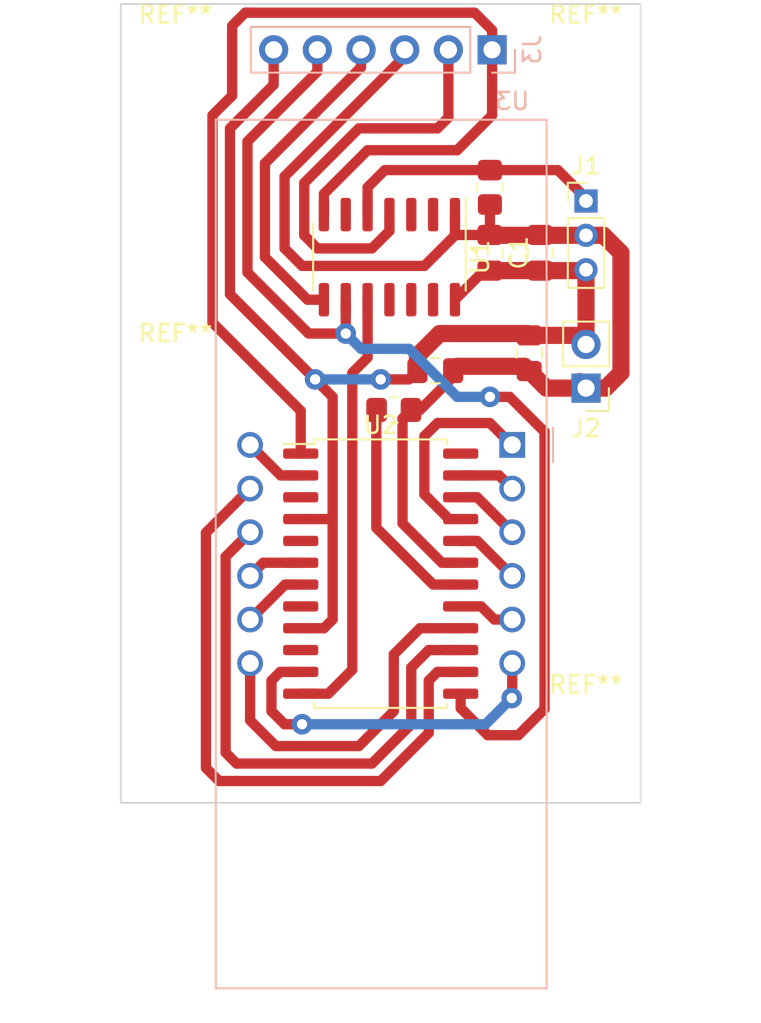
<source format=kicad_pcb>
(kicad_pcb (version 20221018) (generator pcbnew)
  (layers (0 "F.Cu" signal) (31 "B.Cu" signal) (34 "B.Paste" user) (35 "F.Paste" user) (36 "B.SilkS" user "B.Silkscreen") (37 "F.SilkS" user "F.Silkscreen") (38 "B.Mask" user) (39 "F.Mask" user) (44 "Edge.Cuts" user))
  (net 0 "")
  (net 1 "+BATT")
  (net 2 "GND")
  (net 3 "1W")
  (net 4 "MOSI")
  (net 5 "RST")
  (net 6 "MISO")
  (net 7 "SCK")
  (net 8 "Net-(U2-ISET)")
  (net 15 "DIGIT0")
  (net 18 "DIGIT2")
  (net 19 "DIGIT3")
  (net 22 "DIGIT1")
  (net 23 "CS")
  (net 24 "Net-(U2-SEG_A)")
  (net 25 "Net-(U2-SEG_F)")
  (net 26 "Net-(U2-SEG_B)")
  (net 27 "Net-(U2-SEG_G)")
  (net 28 "Net-(U2-SEG_C)")
  (net 29 "Net-(U2-SEG_E)")
  (net 30 "Net-(U2-SEG_DP)")
  (net 31 "Net-(U2-SEG_D)")
  (footprint "Capacitor_SMD:C_0805_2012Metric_Pad1.18x1.45mm_HandSolder" (layer "F.Cu") (at 86.868 56.388 90)
    (fp_text reference "C4" hide)
    (fp_text value "1uF" hide)
    (fp_line (start -0.261252 -0.735) (end 0.261252 -0.735) (stroke (width 0.12)) (layer "F.SilkS"))
    (fp_line (start -0.261252 0.735) (end 0.261252 0.735) (stroke (width 0.12)) (layer "F.SilkS"))
    (pad "1" smd roundrect (at -1.0375 0 90) (size 1.175 1.45) (layers "F.Cu" "F.Paste" "F.Mask") (roundrect_rratio 0.2127659574) (net 1 "+BATT"))
    (pad "2" smd roundrect (at 1.0375 0 90) (size 1.175 1.45) (layers "F.Cu" "F.Paste" "F.Mask") (roundrect_rratio 0.2127659574) (net 2 "GND"))
  )
  (footprint "Capacitor_SMD:C_0805_2012Metric_Pad1.18x1.45mm_HandSolder" (layer "F.Cu") (at 81.407 57.404 180)
    (fp_text reference "C2" hide)
    (fp_text value "1uF" hide)
    (fp_line (start -0.261252 -0.735) (end 0.261252 -0.735) (stroke (width 0.12)) (layer "F.SilkS"))
    (fp_line (start -0.261252 0.735) (end 0.261252 0.735) (stroke (width 0.12)) (layer "F.SilkS"))
    (pad "1" smd roundrect (at -1.0375 0 180) (size 1.175 1.45) (layers "F.Cu" "F.Paste" "F.Mask") (roundrect_rratio 0.2127659574) (net 1 "+BATT"))
    (pad "2" smd roundrect (at 1.0375 0 180) (size 1.175 1.45) (layers "F.Cu" "F.Paste" "F.Mask") (roundrect_rratio 0.2127659574) (net 2 "GND"))
  )
  (footprint "Package_SO:SOIC-14_3.9x8.7mm_P1.27mm" (layer "F.Cu") (at 78.74 50.8 -90)
    (fp_text reference "U1" (at 0 -5.28 90) (layer "F.SilkS"))
    (fp_text value "ATtiny24A-SS")
    (fp_line (start 0 -4.435) (end -3.45 -4.435) (stroke (width 0.12)) (layer "F.SilkS"))
    (fp_line (start 0 -4.435) (end 1.95 -4.435) (stroke (width 0.12)) (layer "F.SilkS"))
    (fp_line (start 0 4.435) (end -1.95 4.435) (stroke (width 0.12)) (layer "F.SilkS"))
    (fp_line (start 0 4.435) (end 1.95 4.435) (stroke (width 0.12)) (layer "F.SilkS"))
    (pad "1" smd roundrect (at -2.475 -3.81 270) (size 1.95 0.6) (layers "F.Cu" "F.Paste" "F.Mask") (net 1 "+BATT"))
    (pad "2" smd roundrect (at -2.475 -2.54 270) (size 1.95 0.6) (layers "F.Cu" "F.Paste" "F.Mask"))
    (pad "3" smd roundrect (at -2.475 -1.27 270) (size 1.95 0.6) (layers "F.Cu" "F.Paste" "F.Mask"))
    (pad "4" smd roundrect (at -2.475 0 270) (size 1.95 0.6) (layers "F.Cu" "F.Paste" "F.Mask") (net 5 "RST"))
    (pad "5" smd roundrect (at -2.475 1.27 270) (size 1.95 0.6) (layers "F.Cu" "F.Paste" "F.Mask") (net 3 "1W"))
    (pad "6" smd roundrect (at -2.475 2.54 270) (size 1.95 0.6) (layers "F.Cu" "F.Paste" "F.Mask"))
    (pad "7" smd roundrect (at -2.475 3.81 270) (size 1.95 0.6) (layers "F.Cu" "F.Paste" "F.Mask") (net 4 "MOSI"))
    (pad "8" smd roundrect (at 2.475 3.81 270) (size 1.95 0.6) (layers "F.Cu" "F.Paste" "F.Mask") (net 6 "MISO"))
    (pad "9" smd roundrect (at 2.475 2.54 270) (size 1.95 0.6) (layers "F.Cu" "F.Paste" "F.Mask") (net 7 "SCK"))
    (pad "10" smd roundrect (at 2.475 1.27 270) (size 1.95 0.6) (layers "F.Cu" "F.Paste" "F.Mask") (net 23 "CS"))
    (pad "11" smd roundrect (at 2.475 0 270) (size 1.95 0.6) (layers "F.Cu" "F.Paste" "F.Mask"))
    (pad "12" smd roundrect (at 2.475 -1.27 270) (size 1.95 0.6) (layers "F.Cu" "F.Paste" "F.Mask"))
    (pad "13" smd roundrect (at 2.475 -2.54 270) (size 1.95 0.6) (layers "F.Cu" "F.Paste" "F.Mask"))
    (pad "14" smd roundrect (at 2.475 -3.81 270) (size 1.95 0.6) (layers "F.Cu" "F.Paste" "F.Mask") (net 2 "GND"))
  )
  (footprint "MountingHole:MountingHole_2.7mm_M2.5" (layer "F.Cu") (at 90.17 79.375)
    (fp_text reference "REF**" (at 0 -3.7) (layer "F.SilkS"))
    (fp_text value "MountingHole_2.7mm_M2.5")
    (pad "" np_thru_hole circle (at 0 0) (size 2.7 2.7) (drill 2.7) (layers "F&B.Cu" "*.Mask"))
  )
  (footprint "MountingHole:MountingHole_2.7mm_M2.5" (layer "F.Cu") (at 66.294 58.928)
    (fp_text reference "REF**" (at 0 -3.7) (layer "F.SilkS"))
    (fp_text value "MountingHole_2.7mm_M2.5")
    (pad "" np_thru_hole circle (at 0 0) (size 2.7 2.7) (drill 2.7) (layers "F&B.Cu" "*.Mask"))
  )
  (footprint "Capacitor_SMD:C_0805_2012Metric_Pad1.18x1.45mm_HandSolder" (layer "F.Cu") (at 87.503 50.546 -90)
    (fp_text reference "C3" hide)
    (fp_text value "1uF" hide)
    (fp_line (start -0.261252 -0.735) (end 0.261252 -0.735) (stroke (width 0.12)) (layer "F.SilkS"))
    (fp_line (start -0.261252 0.735) (end 0.261252 0.735) (stroke (width 0.12)) (layer "F.SilkS"))
    (pad "1" smd roundrect (at -1.0375 0 270) (size 1.175 1.45) (layers "F.Cu" "F.Paste" "F.Mask") (roundrect_rratio 0.2127659574) (net 1 "+BATT"))
    (pad "2" smd roundrect (at 1.0375 0 270) (size 1.175 1.45) (layers "F.Cu" "F.Paste" "F.Mask") (roundrect_rratio 0.2127659574) (net 2 "GND"))
  )
  (footprint "Capacitor_SMD:C_0805_2012Metric_Pad1.18x1.45mm_HandSolder" (layer "F.Cu") (at 84.582 50.546 -90)
    (fp_text reference "C1" (at 0 -1.68 90) (layer "F.SilkS"))
    (fp_text value "1uF")
    (fp_line (start -0.261252 -0.735) (end 0.261252 -0.735) (stroke (width 0.12)) (layer "F.SilkS"))
    (fp_line (start -0.261252 0.735) (end 0.261252 0.735) (stroke (width 0.12)) (layer "F.SilkS"))
    (pad "1" smd roundrect (at -1.0375 0 270) (size 1.175 1.45) (layers "F.Cu" "F.Paste" "F.Mask") (roundrect_rratio 0.2127659574) (net 1 "+BATT"))
    (pad "2" smd roundrect (at 1.0375 0 270) (size 1.175 1.45) (layers "F.Cu" "F.Paste" "F.Mask") (roundrect_rratio 0.2127659574) (net 2 "GND"))
  )
  (footprint "Connector_PinHeader_2.00mm:PinHeader_1x03_P2.00mm_Vertical" (layer "F.Cu") (at 90.17 47.53)
    (fp_text reference "J1" (at 0 -2.06) (layer "F.SilkS"))
    (fp_text value "Conn_01x03_Pin" hide)
    (fp_line (start -1.06 -1.06) (end 0 -1.06) (stroke (width 0.12)) (layer "F.SilkS"))
    (fp_line (start -1.06 0) (end -1.06 -1.06) (stroke (width 0.12)) (layer "F.SilkS"))
    (fp_line (start -1.06 1) (end -1.06 5.06) (stroke (width 0.12)) (layer "F.SilkS"))
    (fp_line (start -1.06 1) (end 1.06 1) (stroke (width 0.12)) (layer "F.SilkS"))
    (fp_line (start -1.06 5.06) (end 1.06 5.06) (stroke (width 0.12)) (layer "F.SilkS"))
    (fp_line (start 1.06 1) (end 1.06 5.06) (stroke (width 0.12)) (layer "F.SilkS"))
    (pad "1" thru_hole rect (at 0 0) (size 1.35 1.35) (drill 0.8) (layers "*.Cu" "*.Mask") (net 3 "1W"))
    (pad "2" thru_hole oval (at 0 2) (size 1.35 1.35) (drill 0.8) (layers "*.Cu" "*.Mask") (net 1 "+BATT"))
    (pad "3" thru_hole oval (at 0 4) (size 1.35 1.35) (drill 0.8) (layers "*.Cu" "*.Mask") (net 2 "GND"))
  )
  (footprint "MountingHole:MountingHole_2.7mm_M2.5" (layer "F.Cu") (at 66.294 40.386)
    (fp_text reference "REF**" (at 0 -3.7) (layer "F.SilkS"))
    (fp_text value "MountingHole_2.7mm_M2.5")
    (pad "" np_thru_hole circle (at 0 0) (size 2.7 2.7) (drill 2.7) (layers "*.Cu" "*.Mask"))
  )
  (footprint "Package_SO:SOIC-24W_7.5x15.4mm_P1.27mm" (layer "F.Cu") (at 78.232 69.215)
    (fp_text reference "U2" (at 0 -8.65) (layer "F.SilkS"))
    (fp_text value "MAX7221xWG")
    (fp_line (start -3.86 -7.81) (end -3.86 -7.545) (stroke (width 0.12)) (layer "F.SilkS"))
    (fp_line (start -3.86 -7.545) (end -5.675 -7.545) (stroke (width 0.12)) (layer "F.SilkS"))
    (fp_line (start -3.86 7.81) (end -3.86 7.545) (stroke (width 0.12)) (layer "F.SilkS"))
    (fp_line (start 0 -7.81) (end -3.86 -7.81) (stroke (width 0.12)) (layer "F.SilkS"))
    (fp_line (start 0 -7.81) (end 3.86 -7.81) (stroke (width 0.12)) (layer "F.SilkS"))
    (fp_line (start 0 7.81) (end -3.86 7.81) (stroke (width 0.12)) (layer "F.SilkS"))
    (fp_line (start 0 7.81) (end 3.86 7.81) (stroke (width 0.12)) (layer "F.SilkS"))
    (fp_line (start 3.86 -7.81) (end 3.86 -7.545) (stroke (width 0.12)) (layer "F.SilkS"))
    (fp_line (start 3.86 7.81) (end 3.86 7.545) (stroke (width 0.12)) (layer "F.SilkS"))
    (pad "1" smd roundrect (at -4.65 -6.985) (size 2.05 0.6) (layers "F.Cu" "F.Paste" "F.Mask") (net 4 "MOSI"))
    (pad "2" smd roundrect (at -4.65 -5.715) (size 2.05 0.6) (layers "F.Cu" "F.Paste" "F.Mask") (net 15 "DIGIT0"))
    (pad "3" smd roundrect (at -4.65 -4.445) (size 2.05 0.6) (layers "F.Cu" "F.Paste" "F.Mask"))
    (pad "4" smd roundrect (at -4.65 -3.175) (size 2.05 0.6) (layers "F.Cu" "F.Paste" "F.Mask") (net 2 "GND"))
    (pad "5" smd roundrect (at -4.65 -1.905) (size 2.05 0.6) (layers "F.Cu" "F.Paste" "F.Mask"))
    (pad "6" smd roundrect (at -4.65 -0.635) (size 2.05 0.6) (layers "F.Cu" "F.Paste" "F.Mask") (net 22 "DIGIT1"))
    (pad "7" smd roundrect (at -4.65 0.635) (size 2.05 0.6) (layers "F.Cu" "F.Paste" "F.Mask") (net 18 "DIGIT2"))
    (pad "8" smd roundrect (at -4.65 1.905) (size 2.05 0.6) (layers "F.Cu" "F.Paste" "F.Mask"))
    (pad "9" smd roundrect (at -4.65 3.175) (size 2.05 0.6) (layers "F.Cu" "F.Paste" "F.Mask") (net 2 "GND"))
    (pad "10" smd roundrect (at -4.65 4.445) (size 2.05 0.6) (layers "F.Cu" "F.Paste" "F.Mask"))
    (pad "11" smd roundrect (at -4.65 5.715) (size 2.05 0.6) (layers "F.Cu" "F.Paste" "F.Mask") (net 19 "DIGIT3"))
    (pad "12" smd roundrect (at -4.65 6.985) (size 2.05 0.6) (layers "F.Cu" "F.Paste" "F.Mask") (net 23 "CS"))
    (pad "13" smd roundrect (at 4.65 6.985) (size 2.05 0.6) (layers "F.Cu" "F.Paste" "F.Mask") (net 7 "SCK"))
    (pad "14" smd roundrect (at 4.65 5.715) (size 2.05 0.6) (layers "F.Cu" "F.Paste" "F.Mask") (net 24 "Net-(U2-SEG_A)"))
    (pad "15" smd roundrect (at 4.65 4.445) (size 2.05 0.6) (layers "F.Cu" "F.Paste" "F.Mask") (net 25 "Net-(U2-SEG_F)"))
    (pad "16" smd roundrect (at 4.65 3.175) (size 2.05 0.6) (layers "F.Cu" "F.Paste" "F.Mask") (net 26 "Net-(U2-SEG_B)"))
    (pad "17" smd roundrect (at 4.65 1.905) (size 2.05 0.6) (layers "F.Cu" "F.Paste" "F.Mask") (net 27 "Net-(U2-SEG_G)"))
    (pad "18" smd roundrect (at 4.65 0.635) (size 2.05 0.6) (layers "F.Cu" "F.Paste" "F.Mask") (net 8 "Net-(U2-ISET)"))
    (pad "19" smd roundrect (at 4.65 -0.635) (size 2.05 0.6) (layers "F.Cu" "F.Paste" "F.Mask") (net 1 "+BATT"))
    (pad "20" smd roundrect (at 4.65 -1.905) (size 2.05 0.6) (layers "F.Cu" "F.Paste" "F.Mask") (net 28 "Net-(U2-SEG_C)"))
    (pad "21" smd roundrect (at 4.65 -3.175) (size 2.05 0.6) (layers "F.Cu" "F.Paste" "F.Mask") (net 29 "Net-(U2-SEG_E)"))
    (pad "22" smd roundrect (at 4.65 -4.445) (size 2.05 0.6) (layers "F.Cu" "F.Paste" "F.Mask") (net 30 "Net-(U2-SEG_DP)"))
    (pad "23" smd roundrect (at 4.65 -5.715) (size 2.05 0.6) (layers "F.Cu" "F.Paste" "F.Mask") (net 31 "Net-(U2-SEG_D)"))
    (pad "24" smd roundrect (at 4.65 -6.985) (size 2.05 0.6) (layers "F.Cu" "F.Paste" "F.Mask"))
  )
  (footprint "Resistor_SMD:R_0805_2012Metric_Pad1.20x1.40mm_HandSolder" (layer "F.Cu") (at 84.582 46.736 90)
    (fp_text reference "R2" hide)
    (fp_text value "4.7k" hide)
    (fp_line (start -0.227064 -0.735) (end 0.227064 -0.735) (stroke (width 0.12)) (layer "F.SilkS"))
    (fp_line (start -0.227064 0.735) (end 0.227064 0.735) (stroke (width 0.12)) (layer "F.SilkS"))
    (pad "1" smd roundrect (at -1 0 90) (size 1.2 1.4) (layers "F.Cu" "F.Paste" "F.Mask") (roundrect_rratio 0.2083333333) (net 1 "+BATT"))
    (pad "2" smd roundrect (at 1 0 90) (size 1.2 1.4) (layers "F.Cu" "F.Paste" "F.Mask") (roundrect_rratio 0.2083333333) (net 3 "1W"))
  )
  (footprint "Resistor_SMD:R_0805_2012Metric_Pad1.20x1.40mm_HandSolder" (layer "F.Cu") (at 78.994 59.69 180)
    (fp_text reference "R1" hide)
    (fp_text value "10k" hide)
    (fp_line (start -0.227064 -0.735) (end 0.227064 -0.735) (stroke (width 0.12)) (layer "F.SilkS"))
    (fp_line (start -0.227064 0.735) (end 0.227064 0.735) (stroke (width 0.12)) (layer "F.SilkS"))
    (pad "1" smd roundrect (at -1 0 180) (size 1.2 1.4) (layers "F.Cu" "F.Paste" "F.Mask") (roundrect_rratio 0.2083333333) (net 1 "+BATT"))
    (pad "2" smd roundrect (at 1 0 180) (size 1.2 1.4) (layers "F.Cu" "F.Paste" "F.Mask") (roundrect_rratio 0.2083333333) (net 8 "Net-(U2-ISET)"))
  )
  (footprint "MountingHole:MountingHole_2.7mm_M2.5" (layer "F.Cu") (at 90.17 40.386)
    (fp_text reference "REF**" (at 0 -3.7) (layer "F.SilkS"))
    (fp_text value "MountingHole_2.7mm_M2.5")
    (pad "" np_thru_hole circle (at 0 0) (size 2.7 2.7) (drill 2.7) (layers "*.Cu" "*.Mask"))
  )
  (footprint "Connector_PinHeader_2.54mm:PinHeader_1x02_P2.54mm_Vertical" (layer "F.Cu") (at 90.17 58.42 180)
    (fp_text reference "J2" (at 0 -2.33) (layer "F.SilkS"))
    (fp_text value "PWR")
    (fp_line (start -1.33 -1.33) (end 0 -1.33) (stroke (width 0.12)) (layer "F.SilkS"))
    (fp_line (start -1.33 0) (end -1.33 -1.33) (stroke (width 0.12)) (layer "F.SilkS"))
    (fp_line (start -1.33 1.27) (end -1.33 3.87) (stroke (width 0.12)) (layer "F.SilkS"))
    (fp_line (start -1.33 1.27) (end 1.33 1.27) (stroke (width 0.12)) (layer "F.SilkS"))
    (fp_line (start -1.33 3.87) (end 1.33 3.87) (stroke (width 0.12)) (layer "F.SilkS"))
    (fp_line (start 1.33 1.27) (end 1.33 3.87) (stroke (width 0.12)) (layer "F.SilkS"))
    (pad "1" thru_hole rect (at 0 0 180) (size 1.7 1.7) (drill 1) (layers "*.Cu" "*.Mask") (net 1 "+BATT"))
    (pad "2" thru_hole oval (at 0 2.54 180) (size 1.7 1.7) (drill 1) (layers "*.Cu" "*.Mask") (net 2 "GND"))
  )
  (footprint "Display_7Segment:CC56-12GWA" (layer "B.Cu") (at 85.879 61.725 180)
    (fp_text reference "U3" (at 0 20) (layer "B.SilkS") (effects (justify mirror)))
    (fp_text value "CC56-12SRWA")
    (fp_line (start -2.38 1) (end -2.38 -1) (stroke (width 0.12)) (layer "B.SilkS"))
    (fp_line (start -2 -31.62) (end 17.24 -31.62) (stroke (width 0.12)) (layer "B.SilkS"))
    (fp_line (start -2 18.92) (end -2 -31.62) (stroke (width 0.12)) (layer "B.SilkS"))
    (fp_line (start -2 18.92) (end 17.24 18.92) (stroke (width 0.12)) (layer "B.SilkS"))
    (fp_line (start 17.24 -31.62) (end 17.24 18.92) (stroke (width 0.12)) (layer "B.SilkS"))
    (pad "1" thru_hole rect (at 0 0 180) (size 1.5 1.5) (drill 1) (layers "*.Cu" "*.Mask") (net 29 "Net-(U2-SEG_E)"))
    (pad "2" thru_hole circle (at 0 -2.54 180) (size 1.5 1.5) (drill 1) (layers "*.Cu" "*.Mask") (net 31 "Net-(U2-SEG_D)"))
    (pad "3" thru_hole circle (at 0 -5.08 180) (size 1.5 1.5) (drill 1) (layers "*.Cu" "*.Mask") (net 30 "Net-(U2-SEG_DP)"))
    (pad "4" thru_hole circle (at 0 -7.62 180) (size 1.5 1.5) (drill 1) (layers "*.Cu" "*.Mask") (net 28 "Net-(U2-SEG_C)"))
    (pad "5" thru_hole circle (at 0 -10.16 180) (size 1.5 1.5) (drill 1) (layers "*.Cu" "*.Mask") (net 27 "Net-(U2-SEG_G)"))
    (pad "6" thru_hole circle (at 0 -12.7 180) (size 1.5 1.5) (drill 1) (layers "*.Cu" "*.Mask") (net 19 "DIGIT3"))
    (pad "7" thru_hole circle (at 15.24 -12.7 180) (size 1.5 1.5) (drill 1) (layers "*.Cu" "*.Mask") (net 26 "Net-(U2-SEG_B)"))
    (pad "8" thru_hole circle (at 15.24 -10.16 180) (size 1.5 1.5) (drill 1) (layers "*.Cu" "*.Mask") (net 18 "DIGIT2"))
    (pad "9" thru_hole circle (at 15.24 -7.62 180) (size 1.5 1.5) (drill 1) (layers "*.Cu" "*.Mask") (net 22 "DIGIT1"))
    (pad "10" thru_hole circle (at 15.24 -5.08 180) (size 1.5 1.5) (drill 1) (layers "*.Cu" "*.Mask") (net 25 "Net-(U2-SEG_F)"))
    (pad "11" thru_hole circle (at 15.24 -2.54 180) (size 1.5 1.5) (drill 1) (layers "*.Cu" "*.Mask") (net 24 "Net-(U2-SEG_A)"))
    (pad "12" thru_hole circle (at 15.24 0 180) (size 1.5 1.5) (drill 1) (layers "*.Cu" "*.Mask") (net 15 "DIGIT0"))
  )
  (footprint "Connector_PinHeader_2.54mm:PinHeader_1x06_P2.54mm_Vertical" (layer "B.Cu") (at 84.709 38.735 90)
    (fp_text reference "J3" (at 0 2.33 90) (layer "B.SilkS") (effects (justify mirror)))
    (fp_text value "ICSP")
    (fp_line (start -1.33 -14.03) (end 1.33 -14.03) (stroke (width 0.12)) (layer "B.SilkS"))
    (fp_line (start -1.33 -1.27) (end -1.33 -14.03) (stroke (width 0.12)) (layer "B.SilkS"))
    (fp_line (start -1.33 -1.27) (end 1.33 -1.27) (stroke (width 0.12)) (layer "B.SilkS"))
    (fp_line (start -1.33 0) (end -1.33 1.33) (stroke (width 0.12)) (layer "B.SilkS"))
    (fp_line (start -1.33 1.33) (end 0 1.33) (stroke (width 0.12)) (layer "B.SilkS"))
    (fp_line (start 1.33 -1.27) (end 1.33 -14.03) (stroke (width 0.12)) (layer "B.SilkS"))
    (pad "1" thru_hole rect (at 0 0 90) (size 1.7 1.7) (drill 1) (layers "*.Cu" "*.Mask") (net 4 "MOSI"))
    (pad "2" thru_hole oval (at 0 -2.54 90) (size 1.7 1.7) (drill 1) (layers "*.Cu" "*.Mask") (net 5 "RST"))
    (pad "3" thru_hole oval (at 0 -5.08 90) (size 1.7 1.7) (drill 1) (layers "*.Cu" "*.Mask") (net 1 "+BATT"))
    (pad "4" thru_hole oval (at 0 -7.62 90) (size 1.7 1.7) (drill 1) (layers "*.Cu" "*.Mask") (net 6 "MISO"))
    (pad "5" thru_hole oval (at 0 -10.16 90) (size 1.7 1.7) (drill 1) (layers "*.Cu" "*.Mask") (net 7 "SCK"))
    (pad "6" thru_hole oval (at 0 -12.7 90) (size 1.7 1.7) (drill 1) (layers "*.Cu" "*.Mask") (net 2 "GND"))
  )
  (gr_rect (start 63.119 36.068) (end 93.345 82.55) (stroke (width 0.1)) (fill none) (layer "Edge.Cuts"))
  (segment (start 82.55 49.53) (end 80.772 51.308) (width 0.6) (layer "F.Cu") (net 1))
  (segment (start 79.502 60.182) (end 79.994 59.69) (width 0.6) (layer "F.Cu") (net 1))
  (segment (start 87.8625 58.42) (end 86.868 57.4255) (width 1) (layer "F.Cu") (net 1))
  (segment (start 86.5925 57.15) (end 82.6985 57.15) (width 1) (layer "F.Cu") (net 1))
  (segment (start 82.4445 57.7635) (end 82.4445 57.404) (width 0.6) (layer "F.Cu") (net 1))
  (segment (start 84.582 49.5085) (end 82.5715 49.5085) (width 0.6) (layer "F.Cu") (net 1))
  (segment (start 86.868 57.4255) (end 86.5925 57.15) (width 1) (layer "F.Cu") (net 1))
  (segment (start 90.17 58.42) (end 89.789 58.039) (width 1) (layer "F.Cu") (net 1))
  (segment (start 91.313 58.42) (end 92.202 57.531) (width 1) (layer "F.Cu") (net 1))
  (segment (start 73.66 51.308) (end 72.644 50.292) (width 0.6) (layer "F.Cu") (net 1))
  (segment (start 82.882 68.58) (end 81.788 68.58) (width 0.6) (layer "F.Cu") (net 1))
  (segment (start 92.202 50.546) (end 91.186 49.53) (width 1) (layer "F.Cu") (net 1))
  (segment (start 84.582 47.736) (end 84.582 49.5085) (width 0.6) (layer "F.Cu") (net 1))
  (segment (start 92.202 57.531) (end 92.202 50.546) (width 1) (layer "F.Cu") (net 1))
  (segment (start 84.6035 49.53) (end 84.582 49.5085) (width 1) (layer "F.Cu") (net 1))
  (segment (start 90.17 58.42) (end 87.8625 58.42) (width 1) (layer "F.Cu") (net 1))
  (segment (start 91.186 49.53) (end 90.17 49.53) (width 1) (layer "F.Cu") (net 1))
  (segment (start 80.772 51.308) (end 73.66 51.308) (width 0.6) (layer "F.Cu") (net 1))
  (segment (start 81.788 68.58) (end 79.502 66.294) (width 0.6) (layer "F.Cu") (net 1))
  (segment (start 79.629 39.116) (end 79.629 38.735) (width 0.6) (layer "F.Cu") (net 1))
  (segment (start 72.644 46.101) (end 79.629 39.116) (width 0.6) (layer "F.Cu") (net 1))
  (segment (start 82.5715 49.5085) (end 82.55 49.53) (width 0.6) (layer "F.Cu") (net 1))
  (segment (start 79.502 66.294) (end 79.502 60.182) (width 0.6) (layer "F.Cu") (net 1))
  (segment (start 82.55 48.325) (end 82.55 49.53) (width 0.6) (layer "F.Cu") (net 1))
  (segment (start 80.518 59.69) (end 82.4445 57.7635) (width 0.6) (layer "F.Cu") (net 1))
  (segment (start 72.644 50.292) (end 72.644 46.101) (width 0.6) (layer "F.Cu") (net 1))
  (segment (start 79.994 59.69) (end 80.518 59.69) (width 0.6) (layer "F.Cu") (net 1))
  (segment (start 82.6985 57.15) (end 82.4445 57.404) (width 1) (layer "F.Cu") (net 1))
  (segment (start 90.17 58.42) (end 91.313 58.42) (width 1) (layer "F.Cu") (net 1))
  (segment (start 90.17 49.53) (end 84.6035 49.53) (width 1) (layer "F.Cu") (net 1))
  (segment (start 86.7625 55.245) (end 86.868 55.3505) (width 1) (layer "F.Cu") (net 2))
  (segment (start 80.3695 56.5365) (end 81.661 55.245) (width 1) (layer "F.Cu") (net 2))
  (segment (start 78.232 57.912) (end 79.8615 57.912) (width 0.6) (layer "F.Cu") (net 2))
  (segment (start 74.422 57.912) (end 69.469 52.959) (width 0.6) (layer "F.Cu") (net 2))
  (segment (start 90.1165 51.5835) (end 90.17 51.53) (width 1) (layer "F.Cu") (net 2))
  (segment (start 75.438 71.882) (end 74.93 72.39) (width 0.6) (layer "F.Cu") (net 2))
  (segment (start 74.93 72.39) (end 73.582 72.39) (width 0.6) (layer "F.Cu") (net 2))
  (segment (start 82.55 55.245) (end 86.7625 55.245) (width 1) (layer "F.Cu") (net 2))
  (segment (start 90.17 55.88) (end 90.17 51.53) (width 1) (layer "F.Cu") (net 2))
  (segment (start 89.6405 55.3505) (end 90.17 55.88) (width 1) (layer "F.Cu") (net 2))
  (segment (start 72.009 40.767) (end 72.009 38.735) (width 0.6) (layer "F.Cu") (net 2))
  (segment (start 86.868 55.3505) (end 89.6405 55.3505) (width 1) (layer "F.Cu") (net 2))
  (segment (start 75.438 66.04) (end 75.438 71.882) (width 0.6) (layer "F.Cu") (net 2))
  (segment (start 87.503 51.5835) (end 90.1165 51.5835) (width 1) (layer "F.Cu") (net 2))
  (segment (start 84.582 51.5835) (end 84.2415 51.5835) (width 0.6) (layer "F.Cu") (net 2))
  (segment (start 84.2415 51.5835) (end 82.55 53.275) (width 0.6) (layer "F.Cu") (net 2))
  (segment (start 80.3695 57.404) (end 80.3695 56.5365) (width 1) (layer "F.Cu") (net 2))
  (segment (start 74.422 57.912) (end 75.438 58.928) (width 0.6) (layer "F.Cu") (net 2))
  (segment (start 81.661 55.245) (end 82.55 55.245) (width 1) (layer "F.Cu") (net 2))
  (segment (start 75.438 58.928) (end 75.438 66.04) (width 0.6) (layer "F.Cu") (net 2))
  (segment (start 73.582 66.04) (end 75.438 66.04) (width 0.6) (layer "F.Cu") (net 2))
  (segment (start 87.503 51.5835) (end 84.582 51.5835) (width 1) (layer "F.Cu") (net 2))
  (segment (start 69.469 52.959) (end 69.469 43.307) (width 0.6) (layer "F.Cu") (net 2))
  (segment (start 79.8615 57.912) (end 80.3695 57.404) (width 0.6) (layer "F.Cu") (net 2))
  (segment (start 69.469 43.307) (end 72.009 40.767) (width 0.6) (layer "F.Cu") (net 2))
  (segment (start 84.6355 51.53) (end 84.582 51.5835) (width 1) (layer "F.Cu") (net 2))
  (via (at 74.422 57.912) (size 1.2) (drill 0.6) (layers "F.Cu" "B.Cu") (net 2))
  (via (at 78.232 57.912) (size 1.2) (drill 0.6) (layers "F.Cu" "B.Cu") (net 2))
  (segment (start 78.232 57.912) (end 74.422 57.912) (width 0.6) (layer "B.Cu") (net 2))
  (segment (start 78.47 45.736) (end 84.582 45.736) (width 0.6) (layer "F.Cu") (net 3))
  (segment (start 77.47 48.325) (end 77.47 46.736) (width 0.6) (layer "F.Cu") (net 3))
  (segment (start 88.535 45.736) (end 90.17 47.371) (width 0.6) (layer "F.Cu") (net 3))
  (segment (start 90.17 47.371) (end 90.17 47.53) (width 0.6) (layer "F.Cu") (net 3))
  (segment (start 77.47 46.736) (end 78.47 45.736) (width 0.6) (layer "F.Cu") (net 3))
  (segment (start 84.582 45.736) (end 88.535 45.736) (width 0.6) (layer "F.Cu") (net 3))
  (segment (start 77.47 44.577) (end 82.677 44.577) (width 0.6) (layer "F.Cu") (net 4))
  (segment (start 70.358 36.576) (end 69.85 37.084) (width 0.6) (layer "F.Cu") (net 4))
  (segment (start 73.582 62.23) (end 73.582 59.739) (width 0.6) (layer "F.Cu") (net 4))
  (segment (start 84.709 37.592) (end 84.709 38.735) (width 0.6) (layer "F.Cu") (net 4))
  (segment (start 69.596 41.402) (end 69.215 41.783) (width 0.6) (layer "F.Cu") (net 4))
  (segment (start 82.677 44.577) (end 84.709 42.545) (width 0.6) (layer "F.Cu") (net 4))
  (segment (start 84.709 42.545) (end 84.709 38.735) (width 0.6) (layer "F.Cu") (net 4))
  (segment (start 70.866 36.576) (end 83.693 36.576) (width 0.6) (layer "F.Cu") (net 4))
  (segment (start 74.93 48.325) (end 74.93 47.117) (width 0.6) (layer "F.Cu") (net 4))
  (segment (start 69.85 37.084) (end 69.596 37.338) (width 0.6) (layer "F.Cu") (net 4))
  (segment (start 70.866 36.576) (end 70.358 36.576) (width 0.6) (layer "F.Cu") (net 4))
  (segment (start 83.693 36.576) (end 84.709 37.592) (width 0.6) (layer "F.Cu") (net 4))
  (segment (start 69.596 37.338) (end 69.596 39.751) (width 0.6) (layer "F.Cu") (net 4))
  (segment (start 69.596 39.751) (end 69.596 41.402) (width 0.6) (layer "F.Cu") (net 4))
  (segment (start 74.93 47.117) (end 77.47 44.577) (width 0.6) (layer "F.Cu") (net 4))
  (segment (start 68.453 42.545) (end 69.596 41.402) (width 0.6) (layer "F.Cu") (net 4))
  (segment (start 68.453 54.61) (end 68.453 42.545) (width 0.6) (layer "F.Cu") (net 4))
  (segment (start 73.582 59.739) (end 68.453 54.61) (width 0.6) (layer "F.Cu") (net 4))
  (segment (start 76.962 43.307) (end 81.534 43.307) (width 0.6) (layer "F.Cu") (net 5))
  (segment (start 82.169 42.672) (end 82.169 38.735) (width 0.6) (layer "F.Cu") (net 5))
  (segment (start 81.534 43.307) (end 82.169 42.672) (width 0.6) (layer "F.Cu") (net 5))
  (segment (start 74.549 50.292) (end 73.787 49.53) (width 0.6) (layer "F.Cu") (net 5))
  (segment (start 78.74 48.325) (end 78.74 49.276) (width 0.6) (layer "F.Cu") (net 5))
  (segment (start 78.74 49.276) (end 77.724 50.292) (width 0.6) (layer "F.Cu") (net 5))
  (segment (start 73.787 46.482) (end 76.962 43.307) (width 0.6) (layer "F.Cu") (net 5))
  (segment (start 77.724 50.292) (end 74.549 50.292) (width 0.6) (layer "F.Cu") (net 5))
  (segment (start 73.787 49.53) (end 73.787 46.482) (width 0.6) (layer "F.Cu") (net 5))
  (segment (start 77.089 39.751) (end 77.089 38.735) (width 0.6) (layer "F.Cu") (net 6))
  (segment (start 71.501 45.339) (end 77.089 39.751) (width 0.6) (layer "F.Cu") (net 6))
  (segment (start 74.93 53.275) (end 73.976 53.275) (width 0.6) (layer "F.Cu") (net 6))
  (segment (start 73.976 53.275) (end 71.501 50.8) (width 0.6) (layer "F.Cu") (net 6))
  (segment (start 71.501 50.8) (end 71.501 45.339) (width 0.6) (layer "F.Cu") (net 6))
  (segment (start 86.233 78.613) (end 87.757 77.089) (width 0.6) (layer "F.Cu") (net 7))
  (segment (start 76.2 55.245) (end 76.2 53.275) (width 0.6) (layer "F.Cu") (net 7))
  (segment (start 74.041 55.245) (end 70.485 51.689) (width 0.6) (layer "F.Cu") (net 7))
  (segment (start 85.725 58.928) (end 84.582 58.928) (width 0.6) (layer "F.Cu") (net 7))
  (segment (start 70.485 51.689) (end 70.485 44.069) (width 0.6) (layer "F.Cu") (net 7))
  (segment (start 76.2 55.245) (end 74.041 55.245) (width 0.6) (layer "F.Cu") (net 7))
  (segment (start 82.882 77.04) (end 84.455 78.613) (width 0.6) (layer "F.Cu") (net 7))
  (segment (start 74.549 40.005) (end 74.549 38.735) (width 0.6) (layer "F.Cu") (net 7))
  (segment (start 82.882 76.2) (end 82.882 77.04) (width 0.6) (layer "F.Cu") (net 7))
  (segment (start 87.757 60.96) (end 85.725 58.928) (width 0.6) (layer "F.Cu") (net 7))
  (segment (start 84.455 78.613) (end 86.233 78.613) (width 0.6) (layer "F.Cu") (net 7))
  (segment (start 87.757 77.089) (end 87.757 60.96) (width 0.6) (layer "F.Cu") (net 7))
  (segment (start 70.485 44.069) (end 74.549 40.005) (width 0.6) (layer "F.Cu") (net 7))
  (via (at 76.2 55.245) (size 1.2) (drill 0.6) (layers "F.Cu" "B.Cu") (net 7))
  (via (at 84.582 58.928) (size 1.2) (drill 0.6) (layers "F.Cu" "B.Cu") (net 7))
  (segment (start 76.2 55.245) (end 77.089 56.134) (width 0.6) (layer "B.Cu") (net 7))
  (segment (start 77.089 56.134) (end 79.883 56.134) (width 0.6) (layer "B.Cu") (net 7))
  (segment (start 79.883 56.134) (end 82.677 58.928) (width 0.6) (layer "B.Cu") (net 7))
  (segment (start 82.677 58.928) (end 84.582 58.928) (width 0.6) (layer "B.Cu") (net 7))
  (segment (start 82.882 69.85) (end 81.28 69.85) (width 0.6) (layer "F.Cu") (net 8))
  (segment (start 81.28 69.85) (end 77.978 66.548) (width 0.6) (layer "F.Cu") (net 8))
  (segment (start 77.978 59.928) (end 77.74 59.69) (width 0.6) (layer "F.Cu") (net 8))
  (segment (start 77.978 66.548) (end 77.978 59.928) (width 0.6) (layer "F.Cu") (net 8))
  (segment (start 72.414 63.5) (end 70.639 61.725) (width 0.6) (layer "F.Cu") (net 15))
  (segment (start 73.582 63.5) (end 72.414 63.5) (width 0.6) (layer "F.Cu") (net 15))
  (segment (start 73.582 69.85) (end 72.674 69.85) (width 0.6) (layer "F.Cu") (net 18))
  (segment (start 72.674 69.85) (end 70.639 71.885) (width 0.6) (layer "F.Cu") (net 18))
  (segment (start 71.882 77.216) (end 72.39 77.724) (width 0.6) (layer "F.Cu") (net 19))
  (segment (start 85.879 76.427) (end 85.852 76.454) (width 0.6) (layer "F.Cu") (net 19))
  (segment (start 85.879 74.425) (end 85.879 76.427) (width 0.6) (layer "F.Cu") (net 19))
  (segment (start 72.644 77.978) (end 73.66 77.978) (width 0.6) (layer "F.Cu") (net 19))
  (segment (start 86.2735 74.425) (end 85.879 74.425) (width 0.6) (layer "F.Cu") (net 19))
  (segment (start 72.39 77.724) (end 72.644 77.978) (width 0.6) (layer "F.Cu") (net 19))
  (segment (start 72.39 74.93) (end 71.882 75.438) (width 0.6) (layer "F.Cu") (net 19))
  (segment (start 73.582 74.93) (end 72.39 74.93) (width 0.6) (layer "F.Cu") (net 19))
  (segment (start 71.882 75.438) (end 71.882 77.216) (width 0.6) (layer "F.Cu") (net 19))
  (via (at 73.66 77.978) (size 1.2) (drill 0.6) (layers "F.Cu" "B.Cu") (net 19))
  (via (at 85.852 76.454) (size 1.2) (drill 0.6) (layers "F.Cu" "B.Cu") (net 19))
  (segment (start 85.852 76.454) (end 84.328 77.978) (width 0.6) (layer "B.Cu") (net 19))
  (segment (start 84.328 77.978) (end 73.66 77.978) (width 0.6) (layer "B.Cu") (net 19))
  (segment (start 71.404 68.58) (end 70.639 69.345) (width 0.6) (layer "F.Cu") (net 22))
  (segment (start 73.582 68.58) (end 71.404 68.58) (width 0.6) (layer "F.Cu") (net 22))
  (segment (start 76.581 74.803) (end 76.581 57.531) (width 0.6) (layer "F.Cu") (net 23))
  (segment (start 75.184 76.2) (end 76.581 74.803) (width 0.6) (layer "F.Cu") (net 23))
  (segment (start 77.47 56.642) (end 77.47 53.275) (width 0.6) (layer "F.Cu") (net 23))
  (segment (start 73.582 76.2) (end 75.184 76.2) (width 0.6) (layer "F.Cu") (net 23))
  (segment (start 76.581 57.531) (end 77.47 56.642) (width 0.6) (layer "F.Cu") (net 23))
  (segment (start 68.834 81.28) (end 68.072 80.518) (width 0.6) (layer "F.Cu") (net 24))
  (segment (start 81.026 78.486) (end 78.232 81.28) (width 0.6) (layer "F.Cu") (net 24))
  (segment (start 81.534 74.93) (end 81.026 75.438) (width 0.6) (layer "F.Cu") (net 24))
  (segment (start 78.232 81.28) (end 68.834 81.28) (width 0.6) (layer "F.Cu") (net 24))
  (segment (start 82.882 74.93) (end 81.534 74.93) (width 0.6) (layer "F.Cu") (net 24))
  (segment (start 81.026 75.438) (end 81.026 78.486) (width 0.6) (layer "F.Cu") (net 24))
  (segment (start 68.072 66.832) (end 70.639 64.265) (width 0.6) (layer "F.Cu") (net 24))
  (segment (start 68.072 80.518) (end 68.072 66.832) (width 0.6) (layer "F.Cu") (net 24))
  (segment (start 81.026 73.66) (end 80.01 74.676) (width 0.6) (layer "F.Cu") (net 25))
  (segment (start 69.85 80.264) (end 69.215 79.629) (width 0.6) (layer "F.Cu") (net 25))
  (segment (start 80.01 77.978) (end 77.724 80.264) (width 0.6) (layer "F.Cu") (net 25))
  (segment (start 82.882 73.66) (end 81.026 73.66) (width 0.6) (layer "F.Cu") (net 25))
  (segment (start 77.724 80.264) (end 69.85 80.264) (width 0.6) (layer "F.Cu") (net 25))
  (segment (start 69.215 79.629) (end 69.215 68.229) (width 0.6) (layer "F.Cu") (net 25))
  (segment (start 80.01 74.676) (end 80.01 77.978) (width 0.6) (layer "F.Cu") (net 25))
  (segment (start 69.215 68.229) (end 70.639 66.805) (width 0.6) (layer "F.Cu") (net 25))
  (segment (start 82.882 72.39) (end 80.518 72.39) (width 0.6) (layer "F.Cu") (net 26))
  (segment (start 70.639 77.751) (end 70.639 74.425) (width 0.6) (layer "F.Cu") (net 26))
  (segment (start 78.994 73.914) (end 78.994 77.216) (width 0.6) (layer "F.Cu") (net 26))
  (segment (start 76.962 79.248) (end 72.136 79.248) (width 0.6) (layer "F.Cu") (net 26))
  (segment (start 72.136 79.248) (end 70.639 77.751) (width 0.6) (layer "F.Cu") (net 26))
  (segment (start 80.518 72.39) (end 78.994 73.914) (width 0.6) (layer "F.Cu") (net 26))
  (segment (start 78.994 77.216) (end 76.962 79.248) (width 0.6) (layer "F.Cu") (net 26))
  (segment (start 85.879 71.885) (end 84.839 71.885) (width 0.6) (layer "F.Cu") (net 27))
  (segment (start 84.074 71.12) (end 82.882 71.12) (width 0.6) (layer "F.Cu") (net 27))
  (segment (start 84.839 71.885) (end 84.074 71.12) (width 0.6) (layer "F.Cu") (net 27))
  (segment (start 85.879 69.345) (end 83.844 67.31) (width 0.6) (layer "F.Cu") (net 28))
  (segment (start 83.844 67.31) (end 82.882 67.31) (width 0.6) (layer "F.Cu") (net 28))
  (segment (start 82.207761 66.04) (end 82.882 66.04) (width 0.6) (layer "F.Cu") (net 29))
  (segment (start 81.534 60.452) (end 80.772 61.214) (width 0.6) (layer "F.Cu") (net 29))
  (segment (start 80.772 61.214) (end 80.772 64.604239) (width 0.6) (layer "F.Cu") (net 29))
  (segment (start 84.582 60.452) (end 81.534 60.452) (width 0.6) (layer "F.Cu") (net 29))
  (segment (start 85.879 61.725) (end 85.855 61.725) (width 0.6) (layer "F.Cu") (net 29))
  (segment (start 85.855 61.725) (end 84.582 60.452) (width 0.6) (layer "F.Cu") (net 29))
  (segment (start 80.772 64.604239) (end 82.207761 66.04) (width 0.6) (layer "F.Cu") (net 29))
  (segment (start 83.844 64.77) (end 82.882 64.77) (width 0.6) (layer "F.Cu") (net 30))
  (segment (start 85.879 66.805) (end 83.844 64.77) (width 0.6) (layer "F.Cu") (net 30))
  (segment (start 85.879 64.265) (end 85.114 63.5) (width 0.6) (layer "F.Cu") (net 31))
  (segment (start 85.114 63.5) (end 82.882 63.5) (width 0.6) (layer "F.Cu") (net 31))
)
</source>
